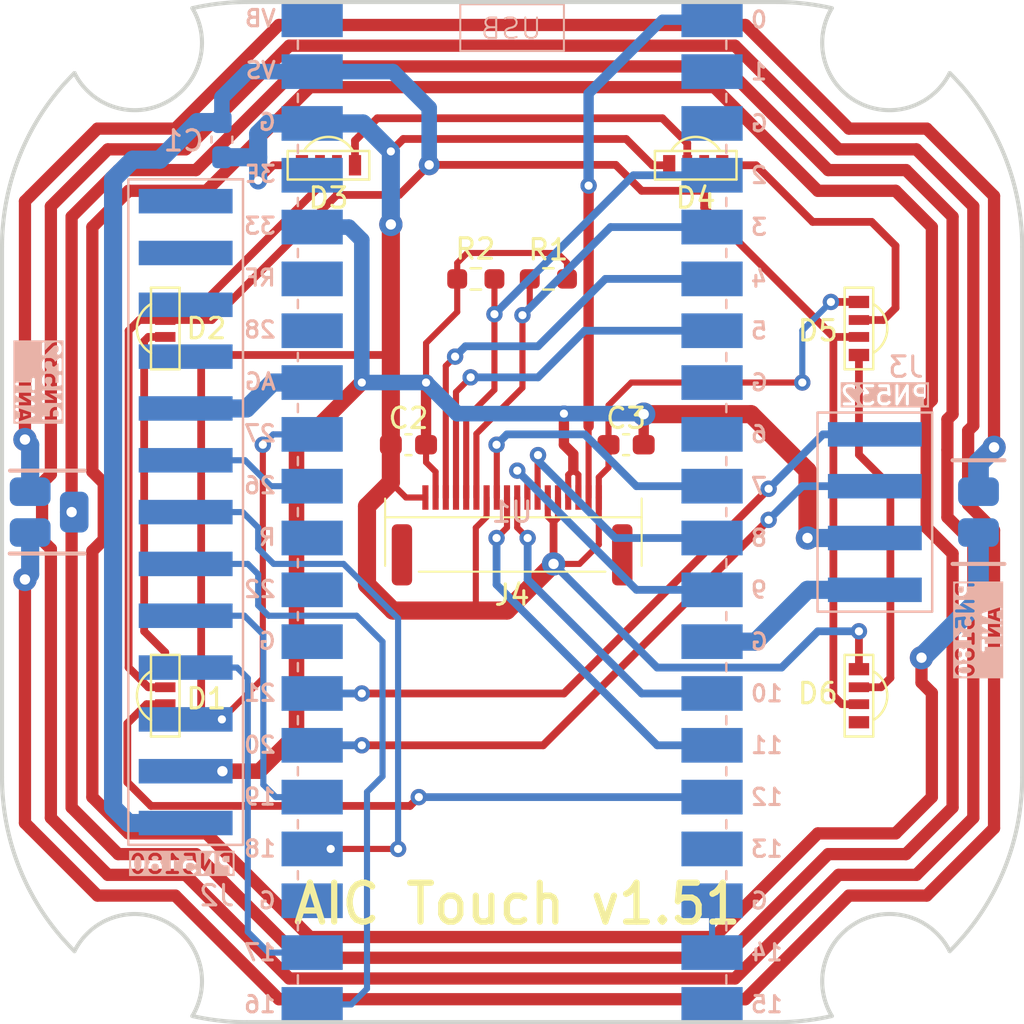
<source format=kicad_pcb>
(kicad_pcb (version 20240108) (generator "pcbnew") (generator_version "8.0")
  (title_block (title "AIC Pico with PN5180"))
  (layers (0 "F.Cu" signal) (31 "B.Cu" signal) (34 "B.Paste" user) (35 "F.Paste" user) (36 "B.SilkS" user "B.Silkscreen") (37 "F.SilkS" user "F.Silkscreen") (38 "B.Mask" user) (39 "F.Mask" user) (44 "Edge.Cuts" user))
  (net 0 "")
  (net 1 "+5V")
  (net 2 "GND")
  (net 3 "+3V3")
  (net 4 "Net-(D1-Out)")
  (net 5 "Net-(D2-Out)")
  (net 6 "/RGB")
  (net 7 "Net-(D5-Out)")
  (net 9 "/LEDK")
  (net 10 "/D{slash}C")
  (net 11 "/CS")
  (net 12 "/SCK")
  (net 13 "/SDA")
  (net 14 "/RST")
  (net 15 "/TP_SCL")
  (net 16 "/TP_SDA")
  (net 17 "/TP_RST")
  (net 19 "/TP_INT")
  (net 21 "Net-(J3-SDA)")
  (net 22 "Net-(J3-SCL)")
  (net 27 "/ANT_1")
  (net 28 "Net-(J2-RST)")
  (net 29 "Net-(J2-NSS)")
  (net 30 "Net-(J2-MOSI)")
  (net 31 "Net-(J2-MISO)")
  (net 32 "Net-(J2-SCK)")
  (net 33 "Net-(J2-BUSY)")
  (net 38 "unconnected-(U1-GPIO6-Pad9)")
  (net 42 "Net-(D3-Out)")
  (net 43 "Net-(D4-Out)")
  (net 44 "Net-(U1-GPIO14)")
  (net 49 "/5180_GND")
  (net 50 "/532_GND")
  (net 51 "/ANT_2")
  (footprint "aic_pico:WS2812B-1204" (layer "F.Cu") (at 144.32 96.4 180)
    (property "Reference" "D4")
    (property "Value" "WS2812B_Unified" (hide yes))
  )
  (footprint "aic_pico:WS2812B-1204" (layer "F.Cu") (at 152.32 104.4 90)
    (property "Reference" "D5")
    (property "Value" "WS2812B_Unified" (hide yes))
  )
  (footprint "Resistor_SMD:R_0603_1608Metric_Pad0.98x0.95mm_HandSolder" (layer "F.Cu") (at 137.098 101.97)
    (property "Reference" "R1")
    (property "Value" "2K")
  )
  (footprint "aic_pico:WS2812B-1204" (layer "F.Cu") (at 126.32 96.4 180)
    (property "Reference" "D3")
    (property "Value" "WS2812B_Unified" (hide yes))
  )
  (footprint "aic_pico:WS2812B-1204" (layer "F.Cu") (at 118.32 122.4 -90)
    (property "Reference" "D1")
    (property "Value" "WS2812B_Unified" (hide yes))
  )
  (footprint "Capacitor_SMD:C_0603_1608Metric_Pad1.08x0.95mm_HandSolder" (layer "F.Cu") (at 140.908 110.098 180)
    (property "Reference" "C3")
    (property "Value" "0.1uF")
  )
  (footprint "Resistor_SMD:R_0603_1608Metric_Pad0.98x0.95mm_HandSolder" (layer "F.Cu") (at 133.542 101.97 180)
    (property "Reference" "R2")
    (property "Value" "2K")
  )
  (footprint "aic_pico:FPC-0.5-1.0H-18P" (layer "F.Cu") (at 135.32 114.035)
    (property "Reference" "J4")
    (property "Value" "Display" (hide yes))
  )
  (footprint "Capacitor_SMD:C_0603_1608Metric_Pad1.08x0.95mm_HandSolder" (layer "F.Cu") (at 130.24 110.098 180)
    (property "Reference" "C2")
    (property "Value" "0.1uF")
  )
  (footprint "aic_pico:WS2812B-1204" (layer "F.Cu") (at 152.32 122.4 90)
    (property "Reference" "D6")
    (property "Value" "WS2812B_Unified" (hide yes))
  )
  (footprint "aic_pico:WS2812B-1204" (layer "F.Cu") (at 118.32 104.4 -90)
    (property "Reference" "D2")
    (property "Value" "WS2812B_Unified" (hide yes))
  )
  (footprint "aic_pico:ANT_2P" (layer "B.Cu") (at 158.18 113.4)
    (property "Reference" "J1" (hide yes))
    (property "Value" "Antenna" (hide yes))
  )
  (footprint "aic_pico:RPi_Pico_SMD_No_USB" (layer "B.Cu") (at 135.32 113.4 180)
    (property "Reference" "U1")
    (property "Value" "Pico")
  )
  (footprint "aic_pico:ANT_3P" (layer "B.Cu") (at 111.698 113.4)
    (property "Reference" "J5" (hide yes))
    (property "Value" "Antenna" (hide yes))
  )
  (footprint "aic_pico:pn5180_conn" (layer "B.Cu") (at 119.32 113.4)
    (property "Reference" "J2")
    (property "Value" "PN5180" (hide yes))
  )
  (footprint "aic_pico:pn532_conn" (layer "B.Cu") (at 153.1 113.4)
    (property "Reference" "J3")
    (property "Value" "PN532" (hide yes))
  )
  (footprint "Capacitor_SMD:C_0603_1608Metric_Pad1.08x0.95mm_HandSolder" (layer "B.Cu") (at 121.096 95.144819 -90)
    (property "Reference" "C1")
    (property "Value" "0.1uF")
  )
  (gr_line (start 148.32 138.399999) (end 122.32 138.399999) (stroke (width 0.2)) (layer "Edge.Cuts"))
  (gr_line (start 160.32 126.399999) (end 160.32 100.399999) (stroke (width 0.2)) (layer "Edge.Cuts"))
  (gr_arc (start 119.649044 88.701025) (mid 118.410332 93.29151) (end 113.870189 91.879395) (stroke (width 0.2)) (layer "Edge.Cuts"))
  (gr_arc (start 150.990956 138.098973) (mid 152.229668 133.508486) (end 156.769811 134.920603) (stroke (width 0.2)) (layer "Edge.Cuts"))
  (gr_arc (start 110.32 100.399999) (mid 111.243048 95.784684) (end 113.870189 91.879395) (stroke (width 0.2)) (layer "Edge.Cuts"))
  (gr_arc (start 113.870189 134.920603) (mid 111.243048 131.015314) (end 110.32 126.399999) (stroke (width 0.2)) (layer "Edge.Cuts"))
  (gr_arc (start 122.32 138.399999) (mid 120.976067 138.324505) (end 119.649044 138.098973) (stroke (width 0.2)) (layer "Edge.Cuts"))
  (gr_arc (start 156.769811 91.879395) (mid 159.396952 95.784684) (end 160.32 100.399999) (stroke (width 0.2)) (layer "Edge.Cuts"))
  (gr_arc (start 160.32 126.399999) (mid 159.396952 131.015314) (end 156.769811 134.920603) (stroke (width 0.2)) (layer "Edge.Cuts"))
  (gr_arc (start 156.769811 91.879395) (mid 152.229668 93.291511) (end 150.990956 88.701025) (stroke (width 0.2)) (layer "Edge.Cuts"))
  (gr_arc (start 150.990956 138.098973) (mid 149.663933 138.324505) (end 148.32 138.399999) (stroke (width 0.2)) (layer "Edge.Cuts"))
  (gr_arc (start 113.870189 134.920603) (mid 118.410332 133.508487) (end 119.649044 138.098973) (stroke (width 0.2)) (layer "Edge.Cuts"))
  (gr_line (start 148.32 88.399999) (end 122.32 88.399999) (stroke (width 0.2)) (layer "Edge.Cuts"))
  (gr_line (start 110.32 126.399999) (end 110.32 100.399999) (stroke (width 0.2)) (layer "Edge.Cuts"))
  (gr_arc (start 148.32 88.399999) (mid 149.663933 88.475493) (end 150.990956 88.701025) (stroke (width 0.2)) (layer "Edge.Cuts"))
  (gr_arc (start 119.649044 88.701025) (mid 120.976067 88.475493) (end 122.32 88.399999) (stroke (width 0.2)) (layer "Edge.Cuts"))
  (gr_text "PN5180\nANT" (at 159.332215 119.155317 90) (layer "B.SilkS" knockout) (effects (font (size 0.8128 0.8128) (thickness 0.1524) (bold yes)) (justify bottom mirror)))
  (gr_text "PN532\nANT" (at 110.936 109.082 270) (layer "B.SilkS" knockout) (effects (font (size 0.8128 0.8128) (thickness 0.1524) (bold yes)) (justify left bottom mirror)))
  (gr_text "PN532" (at 155.891601 108.214794 0) (layer "B.SilkS" knockout) (effects (font (size 0.889 0.889) (thickness 0.1524) (bold yes)) (justify left bottom mirror)))
  (gr_text "PN5180" (at 121.858 131.18 0) (layer "B.SilkS" knockout) (effects (font (size 0.889 0.889) (thickness 0.1524) (bold yes)) (justify left bottom mirror)))
  (gr_text "AIC Touch v1.51" (at 135.574 133.72 0) (layer "F.SilkS") (effects (font (size 1.905 1.778) (thickness 0.3048) (bold yes)) (justify bottom)))
  (segment (start 151.489052 122.815) (end 152.32 122.815) (width 0.381) (layer "F.Cu") (net 1))
  (segment (start 131.256 96.382) (end 140.4 96.382) (width 0.381) (layer "F.Cu") (net 1))
  (segment (start 141.67 97.652) (end 144.735 97.652) (width 0.381) (layer "F.Cu") (net 1))
  (segment (start 151.068 104.815) (end 152.32 104.815) (width 0.381) (layer "F.Cu") (net 1))
  (segment (start 151.068 122.393948) (end 151.489052 122.815) (width 0.381) (layer "F.Cu") (net 1))
  (segment (start 144.735 96.4) (end 144.735 98.482) (width 0.381) (layer "F.Cu") (net 1))
  (segment (start 129.783 97.855) (end 126.735 97.855) (width 0.381) (layer "F.Cu") (net 1))
  (segment (start 131.256 96.382) (end 129.783 97.855) (width 0.381) (layer "F.Cu") (net 1))
  (segment (start 118.32 103.985) (end 117.049 103.985) (width 0.381) (layer "F.Cu") (net 1))
  (segment (start 126.735 96.4) (end 126.735 97.855) (width 0.381) (layer "F.Cu") (net 1))
  (segment (start 126.735 97.855) (end 120.605 103.985) (width 0.381) (layer "F.Cu") (net 1))
  (segment (start 120.605 103.985) (end 118.32 103.985) (width 0.381) (layer "F.Cu") (net 1))
  (segment (start 140.4 96.382) (end 141.67 97.652) (width 0.381) (layer "F.Cu") (net 1))
  (segment (start 144.735 98.482) (end 151.068 104.815) (width 0.381) (layer "F.Cu") (net 1))
  (segment (start 117.489 121.985) (end 118.32 121.985) (width 0.381) (layer "F.Cu") (net 1))
  (segment (start 116.524 104.51) (end 116.524 121.02) (width 0.381) (layer "F.Cu") (net 1))
  (segment (start 151.068 104.815) (end 151.068 122.393948) (width 0.381) (layer "F.Cu") (net 1))
  (segment (start 117.049 103.985) (end 116.524 104.51) (width 0.381) (layer "F.Cu") (net 1))
  (segment (start 116.524 121.02) (end 117.489 121.985) (width 0.381) (layer "F.Cu") (net 1))
  (via (at 131.256 96.382) (size 1.016) (drill 0.4572) (layers "F.Cu" "B.Cu") (net 1))
  (segment (start 115.762 127.878) (end 116.524 128.64) (width 0.889) (layer "B.Cu") (net 1))
  (segment (start 131.256 96.382) (end 131.256 93.588) (width 0.762) (layer "B.Cu") (net 1))
  (segment (start 116.524 128.64) (end 119.32 128.64) (width 0.889) (layer "B.Cu") (net 1))
  (segment (start 131.256 93.588) (end 129.478 91.81) (width 0.762) (layer "B.Cu") (net 1))
  (segment (start 122.366 91.81) (end 125.52 91.81) (width 0.762) (layer "B.Cu") (net 1))
  (segment (start 119.893681 94.282319) (end 118.048 96.128) (width 0.889) (layer "B.Cu") (net 1))
  (segment (start 116.7272 96.128) (end 115.762 97.0932) (width 0.889) (layer "B.Cu") (net 1))
  (segment (start 121.096 93.08) (end 122.366 91.81) (width 0.762) (layer "B.Cu") (net 1))
  (segment (start 118.048 96.128) (end 116.7272 96.128) (width 0.889) (layer "B.Cu") (net 1))
  (segment (start 121.096 94.282319) (end 121.096 93.08) (width 0.762) (layer "B.Cu") (net 1))
  (segment (start 129.478 91.81) (end 125.52 91.81) (width 0.762) (layer "B.Cu") (net 1))
  (segment (start 121.096 94.282319) (end 119.893681 94.282319) (width 0.889) (layer "B.Cu") (net 1))
  (segment (start 115.762 97.0932) (end 115.762 127.878) (width 0.889) (layer "B.Cu") (net 1))
  (segment (start 118.32 123.7) (end 119.432 123.7) (width 0.381) (layer "F.Cu") (net 2))
  (segment (start 130.12 112.685) (end 129.3775 111.9425) (width 0.3) (layer "F.Cu") (net 2))
  (segment (start 137.07 112.685) (end 137.07 113.626) (width 0.3) (layer "F.Cu") (net 2))
  (segment (start 133.542 114.162) (end 133.542 118.226) (width 0.3) (layer "F.Cu") (net 2))
  (segment (start 141.162 107.05) (end 140.0455 108.1665) (width 0.3) (layer "F.Cu") (net 2))
  (segment (start 137.57 113.69) (end 137.352 113.908) (width 0.3) (layer "F.Cu") (net 2))
  (segment (start 139.57 111.69) (end 139.57 112.685) (width 0.3) (layer "F.Cu") (net 2))
  (segment (start 137.07 113.626) (end 137.352 113.908) (width 0.3) (layer "F.Cu") (net 2))
  (segment (start 135.066 118.226) (end 137.352 115.94) (width 0.889) (layer "F.Cu") (net 2))
  (segment (start 134.07 112.685) (end 134.07 113.634) (width 0.3) (layer "F.Cu") (net 2))
  (segment (start 119.432 123.7) (end 120.08 123.052) (width 0.381) (layer "F.Cu") (net 2))
  (segment (start 140.0455 111.2145) (end 139.57 111.69) (width 0.3) (layer "F.Cu") (net 2))
  (segment (start 142.196 96.4) (end 143.02 96.4) (width 0.381) (layer "F.Cu") (net 2))
  (segment (start 129.3775 99.3005) (end 129.3775 110.098) (width 0.889) (layer "F.Cu") (net 2))
  (segment (start 137.352 115.94) (end 138.622 115.94) (width 0.3) (layer "F.Cu") (net 2))
  (segment (start 123.618 96.4) (end 125.02 96.4) (width 0.381) (layer "F.Cu") (net 2))
  (segment (start 137.352 115.94) (end 137.352 113.908) (width 0.381) (layer "F.Cu") (net 2))
  (segment (start 131.07 112.685) (end 130.12 112.685) (width 0.3) (layer "F.Cu") (net 2))
  (segment (start 134.07 113.634) (end 133.542 114.162) (width 0.3) (layer "F.Cu") (net 2))
  (segment (start 129.3775 111.9425) (end 128.208 113.112) (width 0.889) (layer "F.Cu") (net 2))
  (segment (start 129.3775 110.098) (end 129.3775 111.9425) (width 0.889) (layer "F.Cu") (net 2))
  (segment (start 128.208 116.956) (end 129.478 118.226) (width 0.889) (layer "F.Cu") (net 2))
  (segment (start 140.908 95.112) (end 142.196 96.4) (width 0.381) (layer "F.Cu") (net 2))
  (segment (start 129.986 95.112) (end 140.908 95.112) (width 0.381) (layer "F.Cu") (net 2))
  (segment (start 118.32 105.7) (end 129.3775 105.7) (width 0.381) (layer "F.Cu") (net 2))
  (segment (start 139.57 114.992) (end 139.57 112.685) (width 0.3) (layer "F.Cu") (net 2))
  (segment (start 129.478 118.226) (end 135.066 118.226) (width 0.889) (layer "F.Cu") (net 2))
  (segment (start 122.874 97.144) (end 123.618 96.4) (width 0.381) (layer "F.Cu") (net 2))
  (segment (start 129.3775 95.7205) (end 129.986 95.112) (width 0.381) (layer "F.Cu") (net 2))
  (segment (start 150.945803 103.1) (end 152.32 103.1) (width 0.381) (layer "F.Cu") (net 2))
  (segment (start 137.57 112.685) (end 137.57 113.69) (width 0.3) (layer "F.Cu") (net 2))
  (segment (start 120.08 123.052) (end 120.08 105.7) (width 0.381) (layer "F.Cu") (net 2))
  (segment (start 152.32 119.242) (end 152.32 121.1) (width 0.381) (layer "F.Cu") (net 2))
  (segment (start 128.208 113.112) (end 128.208 116.956) (width 0.889) (layer "F.Cu") (net 2))
  (segment (start 140.0455 108.1665) (end 140.0455 111.2145) (width 0.3) (layer "F.Cu") (net 2))
  (segment (start 138.622 115.94) (end 139.57 114.992) (width 0.3) (layer "F.Cu") (net 2))
  (segment (start 149.544 107.05) (end 141.162 107.05) (width 0.3) (layer "F.Cu") (net 2))
  (via (at 137.352 115.94) (size 1.143) (drill 0.508) (layers "F.Cu" "B.Cu") (net 2))
  (via (at 122.874 97.144) (size 0.8) (drill 0.4) (layers "F.Cu" "B.Cu") (net 2))
  (via (at 152.32 119.242) (size 0.8) (drill 0.4) (layers "F.Cu" "B.Cu") (net 2))
  (via (at 129.3775 95.7205) (size 0.8) (drill 0.4) (layers "F.Cu" "B.Cu") (net 2))
  (via (at 150.945803 103.1) (size 0.8) (drill 0.4) (layers "F.Cu" "B.Cu") (net 2))
  (via (at 149.544 107.05) (size 0.8) (drill 0.4) (layers "F.Cu" "B.Cu") (net 2))
  (via (at 129.3775 99.3005) (size 1.143) (drill 0.508) (layers "F.Cu" "B.Cu") (net 2))
  (segment (start 137.352 115.94) (end 142.432 121.02) (width 0.381) (layer "B.Cu") (net 2))
  (segment (start 122.874 96.007319) (end 121.096 96.007319) (width 0.889) (layer "B.Cu") (net 2))
  (segment (start 123.382 94.35) (end 125.52 94.35) (width 0.889) (layer "B.Cu") (net 2))
  (segment (start 128.007 94.35) (end 125.52 94.35) (width 0.889) (layer "B.Cu") (net 2))
  (segment (start 142.432 121.02) (end 148.528 121.02) (width 0.381) (layer "B.Cu") (net 2))
  (segment (start 129.3775 95.7205) (end 128.007 94.35) (width 0.889) (layer "B.Cu") (net 2))
  (segment (start 149.544 107.05) (end 149.544 104.501803) (width 0.3) (layer "B.Cu") (net 2))
  (segment (start 148.528 121.02) (end 150.306 119.242) (width 0.381) (layer "B.Cu") (net 2))
  (segment (start 122.874 97.144) (end 122.874 94.858) (width 0.889) (layer "B.Cu") (net 2))
  (segment (start 149.544 104.501803) (end 150.945803 103.1) (width 0.3) (layer "B.Cu") (net 2))
  (segment (start 122.874 94.858) (end 123.382 94.35) (width 0.889) (layer "B.Cu") (net 2))
  (segment (start 150.306 119.242) (end 152.32 119.242) (width 0.381) (layer "B.Cu") (net 2))
  (segment (start 129.3775 95.7205) (end 129.3775 99.3005) (width 0.889) (layer "B.Cu") (net 2))
  (segment (start 137.86 110.098) (end 137.86 108.574) (width 0.508) (layer "F.Cu") (net 3))
  (segment (start 131.1025 107.05) (end 131.1025 110.098) (width 0.508) (layer "F.Cu") (net 3))
  (segment (start 132.6295 101.97) (end 132.6295 101.1905) (width 0.3) (layer "F.Cu") (net 3))
  (segment (start 121.1214 126.1) (end 122.9248 126.1) (width 0.762) (layer "F.Cu") (net 3))
  (segment (start 137.536 100.7) (end 138.0105 101.1745) (width 0.3) (layer "F.Cu") (net 3))
  (segment (start 141.7705 108.6) (end 147.03 108.6) (width 0.889) (layer "F.Cu") (net 3))
  (segment (start 138.321409 111.321409) (end 138.07 111.572818) (width 0.3) (layer "F.Cu") (net 3))
  (segment (start 138.57 111.57) (end 138.57 112.685) (width 0.3) (layer "F.Cu") (net 3))
  (segment (start 131.1025 110.098) (end 131.1025 110.957619) (width 0.3) (layer "F.Cu") (net 3))
  (segment (start 132.6295 103.5905) (end 132.6295 101.97) (width 0.3) (layer "F.Cu") (net 3))
  (segment (start 138.321409 110.559409) (end 137.86 110.098) (width 0.508) (layer "F.Cu") (net 3))
  (segment (start 138.321409 111.321409) (end 138.57 111.57) (width 0.3) (layer "F.Cu") (net 3))
  (segment (start 122.9248 126.1) (end 124.7536 124.2712) (width 0.762) (layer "F.Cu") (net 3))
  (segment (start 124.7536 110.2504) (end 127.954 107.05) (width 0.762) (layer "F.Cu") (net 3))
  (segment (start 147.03 108.6) (end 149.798 111.368) (width 0.889) (layer "F.Cu") (net 3))
  (segment (start 131.57 111.425119) (end 131.57 112.685) (width 0.3) (layer "F.Cu") (net 3))
  (segment (start 138.07 111.572818) (end 138.07 112.685) (width 0.3) (layer "F.Cu") (net 3))
  (segment (start 124.7536 124.2712) (end 124.7536 110.2504) (width 0.762) (layer "F.Cu") (net 3))
  (segment (start 133.12 100.7) (end 137.536 100.7) (width 0.3) (layer "F.Cu") (net 3))
  (segment (start 132.6295 101.1905) (end 133.12 100.7) (width 0.3) (layer "F.Cu") (net 3))
  (segment (start 131.1025 110.957619) (end 131.57 111.425119) (width 0.3) (layer "F.Cu") (net 3))
  (segment (start 138.0105 101.1745) (end 138.0105 101.97) (width 0.3) (layer "F.Cu") (net 3))
  (segment (start 131.1025 105.1175) (end 132.6295 103.5905) (width 0.3) (layer "F.Cu") (net 3))
  (segment (start 149.798 111.368) (end 149.798 114.67) (width 0.889) (layer "F.Cu") (net 3))
  (segment (start 138.321409 111.321409) (end 138.321409 110.559409) (width 0.508) (layer "F.Cu") (net 3))
  (segment (start 141.7705 108.6) (end 141.7705 110.098) (width 0.508) (layer "F.Cu") (net 3))
  (segment (start 131.1025 107.05) (end 131.1025 105.1175) (width 0.3) (layer "F.Cu") (net 3))
  (via (at 137.86 108.574) (size 0.8) (drill 0.4) (layers "F.Cu" "B.Cu") (net 3))
  (via (at 141.7705 108.6) (size 1.143) (drill 0.508) (layers "F.Cu" "B.Cu") (net 3))
  (via (at 149.798 114.67) (size 1.143) (drill 0.508) (layers "F.Cu" "B.Cu") (net 3))
  (via (at 127.954 107.05) (size 0.8) (drill 0.4) (layers "F.Cu" "B.Cu") (net 3))
  (via (at 131.1025 107.05) (size 0.8) (drill 0.4) (layers "F.Cu" "B.Cu") (net 3))
  (via (at 121.1214 126.1) (size 1.016) (drill 0.508) (layers "F.Cu" "B.Cu") (net 3))
  (segment (start 132.6265 108.574) (end 141.7445 108.574) (width 0.762) (layer "B.Cu") (net 3))
  (segment (start 127.954 100.065) (end 127.319 99.43) (width 0.762) (layer "B.Cu") (net 3))
  (segment (start 127.319 99.43) (end 125.52 99.43) (width 0.762) (layer "B.Cu") (net 3))
  (segment (start 131.1025 107.05) (end 132.6265 108.574) (width 0.762) (layer "B.Cu") (net 3))
  (segment (start 141.7445 108.574) (end 141.7705 108.6) (width 0.762) (layer "B.Cu") (net 3))
  (segment (start 127.954 107.05) (end 127.954 100.065) (width 0.762) (layer "B.Cu") (net 3))
  (segment (start 149.798 114.67) (end 153.1 114.67) (width 0.889) (layer "B.Cu") (net 3))
  (segment (start 131.1025 107.05) (end 127.954 107.05) (width 0.762) (layer "B.Cu") (net 3))
  (segment (start 117.286 105.018) (end 117.489 104.815) (width 0.381) (layer "F.Cu") (net 4))
  (segment (start 117.489 104.815) (end 118.32 104.815) (width 0.381) (layer "F.Cu") (net 4))
  (segment (start 118.32 121.1) (end 118.32 120.276) (width 0.381) (layer "F.Cu") (net 4))
  (segment (start 118.32 120.276) (end 117.286 119.242) (width 0.381) (layer "F.Cu") (net 4))
  (segment (start 117.286 119.242) (end 117.286 105.018) (width 0.381) (layer "F.Cu") (net 4))
  (segment (start 125.905 97.415) (end 125.905 96.4) (width 0.381) (layer "F.Cu") (net 5))
  (segment (start 120.22 103.1) (end 125.905 97.415) (width 0.381) (layer "F.Cu") (net 5))
  (segment (start 118.32 103.1) (end 120.22 103.1) (width 0.381) (layer "F.Cu") (net 5))
  (segment (start 116.461 123.759) (end 117.405 122.815) (width 0.381) (layer "F.Cu") (net 6))
  (segment (start 130.748 127.37) (end 130.3162 127.8018) (width 0.381) (layer "F.Cu") (net 6))
  (segment (start 130.3162 127.8018) (end 117.6218 127.8018) (width 0.381) (layer "F.Cu") (net 6))
  (segment (start 116.461 126.641) (end 116.461 123.759) (width 0.381) (layer "F.Cu") (net 6))
  (segment (start 117.6218 127.8018) (end 116.461 126.641) (width 0.381) (layer "F.Cu") (net 6))
  (segment (start 117.405 122.815) (end 118.32 122.815) (width 0.381) (layer "F.Cu") (net 6))
  (via (at 130.748 127.37) (size 0.8) (drill 0.4) (layers "F.Cu" "B.Cu") (net 6))
  (segment (start 130.748 127.37) (end 145.12 127.37) (width 0.381) (layer "B.Cu") (net 6))
  (segment (start 152.32 110.588) (end 153.862 112.13) (width 0.381) (layer "F.Cu") (net 7))
  (segment (start 152.32 105.7) (end 152.32 110.588) (width 0.381) (layer "F.Cu") (net 7))
  (segment (start 153.862 121.528) (end 153.405 121.985) (width 0.381) (layer "F.Cu") (net 7))
  (segment (start 153.405 121.985) (end 152.32 121.985) (width 0.381) (layer "F.Cu") (net 7))
  (segment (start 153.862 112.13) (end 153.862 121.528) (width 0.381) (layer "F.Cu") (net 7))
  (segment (start 139.07 97.398) (end 139.07 109.2) (width 0.508) (layer "F.Cu") (net 9))
  (segment (start 139.07 109.2) (end 139.07 112.685) (width 0.3) (layer "F.Cu") (net 9))
  (via (at 139.07 97.398) (size 0.8) (drill 0.4) (layers "F.Cu" "B.Cu") (net 9))
  (segment (start 139.07 92.886) (end 142.686 89.27) (width 0.508) (layer "B.Cu") (net 9))
  (segment (start 142.686 89.27) (end 145.12 89.27) (width 0.508) (layer "B.Cu") (net 9))
  (segment (start 139.07 97.398) (end 139.07 92.886) (width 0.508) (layer "B.Cu") (net 9))
  (segment (start 136.57 110.626) (end 136.57 112.685) (width 0.3) (layer "F.Cu") (net 10))
  (segment (start 136.59 110.606) (end 136.57 110.626) (width 0.3) (layer "F.Cu") (net 10))
  (via (at 136.59 110.606) (size 0.8) (drill 0.4) (layers "F.Cu" "B.Cu") (net 10))
  (segment (start 140.38 114.67) (end 145.12 114.67) (width 0.381) (layer "B.Cu") (net 10))
  (segment (start 136.59 110.606) (end 136.59 110.88) (width 0.381) (layer "B.Cu") (net 10))
  (segment (start 136.59 110.88) (end 140.38 114.67) (width 0.381) (layer "B.Cu") (net 10))
  (segment (start 136.07 112.685) (end 136.07 111.864) (width 0.3) (layer "F.Cu") (net 11))
  (segment (start 136.07 111.864) (end 135.574 111.368) (width 0.3) (layer "F.Cu") (net 11))
  (via (at 135.574 111.368) (size 0.8) (drill 0.4) (layers "F.Cu" "B.Cu") (net 11))
  (segment (start 141.416 117.21) (end 145.12 117.21) (width 0.381) (layer "B.Cu") (net 11))
  (segment (start 135.574 111.368) (end 141.416 117.21) (width 0.381) (layer "B.Cu") (net 11))
  (segment (start 136.082 114.67) (end 135.57 114.158) (width 0.3) (layer "F.Cu") (net 12))
  (segment (start 135.57 114.158) (end 135.57 112.685) (width 0.3) (layer "F.Cu") (net 12))
  (via (at 136.082 114.67) (size 0.8) (drill 0.4) (layers "F.Cu" "B.Cu") (net 12))
  (segment (start 141.67 122.29) (end 145.12 122.29) (width 0.381) (layer "B.Cu") (net 12))
  (segment (start 136.082 114.67) (end 136.082 116.702) (width 0.381) (layer "B.Cu") (net 12))
  (segment (start 136.082 116.702) (end 141.67 122.29) (width 0.381) (layer "B.Cu") (net 12))
  (segment (start 135.07 114.158) (end 135.07 112.685) (width 0.3) (layer "F.Cu") (net 13))
  (segment (start 134.558 114.67) (end 135.07 114.158) (width 0.3) (layer "F.Cu") (net 13))
  (via (at 134.558 114.67) (size 0.8) (drill 0.4) (layers "F.Cu" "B.Cu") (net 13))
  (segment (start 142.432 124.83) (end 145.12 124.83) (width 0.381) (layer "B.Cu") (net 13))
  (segment (start 134.558 116.956) (end 142.432 124.83) (width 0.381) (layer "B.Cu") (net 13))
  (segment (start 134.558 114.67) (end 134.558 116.956) (width 0.381) (layer "B.Cu") (net 13))
  (segment (start 134.57 110.11) (end 134.57 112.685) (width 0.3) (layer "F.Cu") (net 14))
  (segment (start 134.558 110.098) (end 134.57 110.11) (width 0.3) (layer "F.Cu") (net 14))
  (via (at 134.558 110.098) (size 0.8) (drill 0.4) (layers "F.Cu" "B.Cu") (net 14))
  (segment (start 135.066 109.59) (end 138.876 109.59) (width 0.381) (layer "B.Cu") (net 14))
  (segment (start 134.558 110.098) (end 135.066 109.59) (width 0.381) (layer "B.Cu") (net 14))
  (segment (start 138.876 109.59) (end 141.416 112.13) (width 0.381) (layer "B.Cu") (net 14))
  (segment (start 141.416 112.13) (end 145.12 112.13) (width 0.381) (layer "B.Cu") (net 14))
  (segment (start 135.828 107.304) (end 133.57 109.562) (width 0.3) (layer "F.Cu") (net 15))
  (segment (start 135.828 103.748) (end 135.828 107.304) (width 0.3) (layer "F.Cu") (net 15))
  (segment (start 135.828 103.748) (end 136.1855 103.3905) (width 0.3) (layer "F.Cu") (net 15))
  (segment (start 133.57 109.562) (end 133.57 112.685) (width 0.3) (layer "F.Cu") (net 15))
  (segment (start 136.1855 103.3905) (end 136.1855 101.97) (width 0.3) (layer "F.Cu") (net 15))
  (via (at 135.828 103.748) (size 0.8) (drill 0.4) (layers "F.Cu" "B.Cu") (net 15))
  (segment (start 135.828 103.748) (end 140.146 99.43) (width 0.381) (layer "B.Cu") (net 15))
  (segment (start 140.146 99.43) (end 145.12 99.43) (width 0.381) (layer "B.Cu") (net 15))
  (segment (start 133.07 108.792) (end 133.07 112.685) (width 0.3) (layer "F.Cu") (net 16))
  (segment (start 134.4545 103.7) (end 134.4545 101.97) (width 0.3) (layer "F.Cu") (net 16))
  (segment (start 134.4545 107.4075) (end 133.07 108.792) (width 0.3) (layer "F.Cu") (net 16))
  (segment (start 134.4545 103.7) (end 134.4545 107.4075) (width 0.3) (layer "F.Cu") (net 16))
  (via (at 134.4545 103.7) (size 0.8) (drill 0.4) (layers "F.Cu" "B.Cu") (net 16))
  (segment (start 141.2645 96.89) (end 145.12 96.89) (width 0.381) (layer "B.Cu") (net 16))
  (segment (start 134.4545 103.7) (end 141.2645 96.89) (width 0.381) (layer "B.Cu") (net 16))
  (segment (start 133.288 106.796) (end 132.57 107.514) (width 0.3) (layer "F.Cu") (net 17))
  (segment (start 132.57 107.514) (end 132.57 112.685) (width 0.3) (layer "F.Cu") (net 17))
  (via (at 133.288 106.796) (size 0.8) (drill 0.4) (layers "F.Cu" "B.Cu") (net 17))
  (segment (start 133.288 106.796) (end 136.59 106.796) (width 0.381) (layer "B.Cu") (net 17))
  (segment (start 136.59 106.796) (end 138.876 104.51) (width 0.381) (layer "B.Cu") (net 17))
  (segment (start 138.876 104.51) (end 145.12 104.51) (width 0.381) (layer "B.Cu") (net 17))
  (segment (start 132.07 106.236) (end 132.07 112.685) (width 0.3) (layer "F.Cu") (net 19))
  (segment (start 132.526 105.78) (end 132.07 106.236) (width 0.3) (layer "F.Cu") (net 19))
  (via (at 132.526 105.78) (size 0.8) (drill 0.4) (layers "F.Cu" "B.Cu") (net 19))
  (segment (start 133.034 105.272) (end 136.59 105.272) (width 0.381) (layer "B.Cu") (net 19))
  (segment (start 132.526 105.78) (end 133.034 105.272) (width 0.381) (layer "B.Cu") (net 19))
  (segment (start 139.892 101.97) (end 145.12 101.97) (width 0.381) (layer "B.Cu") (net 19))
  (segment (start 136.59 105.272) (end 139.892 101.97) (width 0.381) (layer "B.Cu") (net 19))
  (segment (start 136.844 124.83) (end 127.954 124.83) (width 0.381) (layer "F.Cu") (net 21))
  (segment (start 147.893 113.781) (end 136.844 124.83) (width 0.381) (layer "F.Cu") (net 21))
  (via (at 147.893 113.781) (size 0.8) (drill 0.4) (layers "F.Cu" "B.Cu") (net 21))
  (via (at 127.954 124.83) (size 0.8) (drill 0.4) (layers "F.Cu" "B.Cu") (net 21))
  (segment (start 149.544 112.13) (end 153.1 112.13) (width 0.381) (layer "B.Cu") (net 21))
  (segment (start 125.52 124.83) (end 127.954 124.83) (width 0.381) (layer "B.Cu") (net 21))
  (segment (start 147.893 113.781) (end 149.544 112.13) (width 0.381) (layer "B.Cu") (net 21))
  (segment (start 147.893 112.257) (end 137.86 122.29) (width 0.381) (layer "F.Cu") (net 22))
  (segment (start 137.86 122.29) (end 127.954 122.29) (width 0.381) (layer "F.Cu") (net 22))
  (via (at 127.954 122.29) (size 0.8) (drill 0.4) (layers "F.Cu" "B.Cu") (net 22))
  (via (at 147.893 112.257) (size 0.8) (drill 0.4) (layers "F.Cu" "B.Cu") (net 22))
  (segment (start 125.52 122.29) (end 127.954 122.29) (width 0.381) (layer "B.Cu") (net 22))
  (segment (start 150.56 109.59) (end 153.1 109.59) (width 0.381) (layer "B.Cu") (net 22))
  (segment (start 147.893 112.257) (end 150.56 109.59) (width 0.381) (layer "B.Cu") (net 22))
  (segment (start 112.714 98.414) (end 112.714 111.5458) (width 0.6) (layer "F.Cu") (net 27))
  (segment (start 111.444 128.64) (end 111.444 116.702) (width 0.6) (layer "F.Cu") (net 27))
  (segment (start 150.306 97.652) (end 154.116 97.652) (width 0.6) (layer "F.Cu") (net 27))
  (segment (start 155.64 109.844) (end 155.64 108.1676) (width 0.6) (layer "F.Cu") (net 27))
  (segment (start 154.116 129.148) (end 150.306 129.148) (width 0.6) (layer "F.Cu") (net 27))
  (segment (start 112.714 115.2034) (end 112.714 128.386) (width 0.6) (layer "F.Cu") (net 27))
  (segment (start 116.016 96.636) (end 119.826 96.636) (width 0.6) (layer "F.Cu") (net 27))
  (segment (start 145.226 134.228) (end 125.414 134.228) (width 0.6) (layer "F.Cu") (net 27))
  (segment (start 112.2822 111.9776) (end 112.2822 114.7716) (width 0.6) (layer "F.Cu") (net 27))
  (segment (start 156.656 110.352) (end 156.656 113.654) (width 0.6) (layer "F.Cu") (net 27))
  (segment (start 158.942 114.289) (end 158.942 128.894) (width 0.6) (layer "F.Cu") (net 27))
  (segment (start 114.746 99.43) (end 116.524 97.652) (width 0.6) (layer "F.Cu") (net 27))
  (segment (start 155.64 108.1676) (end 155.894 107.9136) (width 0.6) (layer "F.Cu") (net 27))
  (segment (start 114.746 111.4188) (end 115.3048 111.9776) (width 0.6) (layer "F.Cu") (net 27))
  (segment (start 151.83 132.196) (end 146.75 137.276) (width 0.6) (layer "F.Cu") (net 27))
  (segment (start 112.714 98.414) (end 115.508 95.62) (width 0.6) (layer "F.Cu") (net 27))
  (segment (start 119.318 131.18) (end 115.508 131.18) (width 0.6) (layer "F.Cu") (net 27))
  (segment (start 157.926 114.924) (end 157.926 128.386) (width 0.6) (layer "F.Cu") (net 27))
  (segment (start 114.746 115.305) (end 114.746 127.37) (width 0.6) (layer "F.Cu") (net 27))
  (segment (start 156.91 127.878) (end 154.624 130.164) (width 0.6) (layer "F.Cu") (net 27))
  (segment (start 119.318 95.62) (end 124.398 90.54) (width 0.6) (layer "F.Cu") (net 27))
  (segment (start 114.746 99.43) (end 114.746 111.4188) (width 0.6) (layer "F.Cu") (net 27))
  (segment (start 145.226 92.572) (end 150.306 97.652) (width 0.6) (layer "F.Cu") (net 27))
  (segment (start 146.242 136.26) (end 124.398 136.26) (width 0.6) (layer "F.Cu") (net 27))
  (segment (start 124.906 91.556) (end 145.734 91.556) (width 0.6) (layer "F.Cu") (net 27))
  (segment (start 156.91 98.922) (end 156.91 108.5994) (width 0.6) (layer "F.Cu") (net 27))
  (segment (start 154.624 130.164) (end 150.814 130.164) (width 0.6) (layer "F.Cu") (net 27))
  (segment (start 150.814 96.636) (end 154.624 96.636) (width 0.6) (layer "F.Cu") (net 27))
  (segment (start 155.64 114.162) (end 156.91 115.432) (width 0.6) (layer "F.Cu") (net 27))
  (segment (start 155.64 109.844) (end 155.64 114.162) (width 0.6) (layer "F.Cu") (net 27))
  (segment (start 111.698 128.894) (end 111.444 128.64) (width 0.6) (layer "F.Cu") (net 27))
  (segment (start 116.524 97.652) (end 120.334 97.652) (width 0.6) (layer "F.Cu") (net 27))
  (segment (start 125.414 92.572) (end 145.226 92.572) (width 0.6) (layer "F.Cu") (net 27))
  (segment (start 157.672 109.4122) (end 157.926 109.1582) (width 0.6) (layer "F.Cu") (net 27))
  (segment (start 155.132 95.62) (end 157.926 98.414) (width 0.6) (layer "F.Cu") (net 27))
  (segment (start 158.942 128.894) (end 155.64 132.196) (width 0.6) (layer "F.Cu") (net 27))
  (segment (start 156.656 113.654) (end 157.926 114.924) (width 0.6) (layer "F.Cu") (net 27))
  (segment (start 150.814 130.164) (end 145.734 135.244) (width 0.6) (layer "F.Cu") (net 27))
  (segment (start 156.91 115.432) (end 156.91 127.878) (width 0.6) (layer "F.Cu") (net 27))
  (segment (start 120.334 97.652) (end 125.414 92.572) (width 0.6) (layer "F.Cu") (net 27))
  (segment (start 155.64 132.196) (end 151.83 132.196) (width 0.6) (layer "F.Cu") (net 27))
  (segment (start 112.2822 114.7716) (end 112.714 115.2034) (width 0.6) (layer "F.Cu") (net 27))
  (segment (start 154.116 97.652) (end 155.894 99.43) (width 0.6) (layer "F.Cu") (net 27))
  (segment (start 115 132.196) (end 111.698 128.894) (width 0.6) (layer "F.Cu") (net 27))
  (segment (start 120.334 129.148) (end 116.524 129.148) (width 0.6) (layer "F.Cu") (net 27))
  (segment (start 119.826 96.636) (end 124.906 91.556) (width 0.6) (layer "F.Cu") (net 27))
  (segment (start 156.656 110.352) (end 156.656 108.8534) (width 0.6) (layer "F.Cu") (net 27))
  (segment (start 115.3048 114.7462) (end 114.746 115.305) (width 0.6) (layer "F.Cu") (net 27))
  (segment (start 115.3048 111.9776) (end 115.3048 114.7462) (width 0.6) (layer "F.Cu") (net 27))
  (segment (start 151.322 95.62) (end 155.132 95.62) (width 0.6) (layer "F.Cu") (net 27))
  (segment (start 116.524 129.148) (end 114.746 127.37) (width 0.6) (layer "F.Cu") (net 27))
  (segment (start 151.322 131.18) (end 146.242 136.26) (width 0.6) (layer "F.Cu") (net 27))
  (segment (start 124.398 90.54) (end 146.242 90.54) (width 0.6) (layer "F.Cu") (net 27))
  (segment (start 116.016 130.164) (end 113.73 127.878) (width 0.6) (layer "F.Cu") (net 27))
  (segment (start 113.73 98.922) (end 113.73 127.878) (width 0.6) (layer "F.Cu") (net 27))
  (segment (start 155.386 121.7566) (end 155.894 122.2646) (width 0.6) (layer "F.Cu") (net 27))
  (segment (start 146.242 90.54) (end 151.322 95.62) (width 0.6) (layer "F.Cu") (net 27))
  (segment (start 156.656 108.8534) (end 156.91 108.5994) (width 0.6) (layer "F.Cu") (net 27))
  (segment (start 154.624 96.636) (end 156.91 98.922) (width 0.6) (layer "F.Cu") (net 27))
  (segment (start 125.414 134.228) (end 120.334 129.148) (width 0.6) (layer "F.Cu") (net 27))
  (segment (start 157.672 110.86) (end 157.672 109.4122) (width 0.6) (layer "F.Cu") (net 27))
  (segment (start 119.826 130.164) (end 116.016 130.164) (width 0.6) (layer "F.Cu") (net 27))
  (segment (start 155.894 99.43) (end 155.894 107.9136) (width 0.6) (layer "F.Cu") (net 27))
  (segment (start 155.894 122.2646) (end 155.894 127.37) (width 0.6) (layer "F.Cu") (net 27))
  (segment (start 112.714 111.5458) (end 112.2822 111.9776) (width 0.6) (layer "F.Cu") (net 27))
  (segment (start 150.306 129.148) (end 145.226 134.228) (width 0.6) (layer "F.Cu") (net 27))
  (segment (start 118.81 132.196) (end 115 132.196) (width 0.6) (layer "F.Cu") (net 27))
  (segment (start 157.672 113.019) (end 158.942 114.289) (width 0.6) (layer "F.Cu") (net 27))
  (segment (start 145.734 91.556) (end 150.814 96.636) (width 0.6) (layer "F.Cu") (net 27))
  (segment (start 157.926 109.1582) (end 157.926 98.414) (width 0.6) (layer "F.Cu") (net 27))
  (segment (start 113.73 98.922) (end 116.016 96.636) (width 0.6) (layer "F.Cu") (net 27))
  (segment (start 115.508 131.18) (end 112.714 128.386) (width 0.6) (layer "F.Cu") (net 27))
  (segment (start 124.398 136.26) (end 119.318 131.18) (width 0.6) (layer "F.Cu") (net 27))
  (segment (start 157.672 110.86) (end 157.672 113.019) (width 0.6) (layer "F.Cu") (net 27))
  (segment (start 155.894 127.37) (end 154.116 129.148) (width 0.6) (layer "F.Cu") (net 27))
  (segment (start 157.926 128.386) (end 155.132 131.18) (width 0.6) (layer "F.Cu") (net 27))
  (segment (start 146.75 137.276) (end 123.89 137.276) (width 0.6) (layer "F.Cu") (net 27))
  (segment (start 145.734 135.244) (end 124.906 135.244) (width 0.6) (layer "F.Cu") (net 27))
  (segment (start 124.906 135.244) (end 119.826 130.164) (width 0.6) (layer "F.Cu") (net 27))
  (segment (start 115.508 95.62) (end 119.318 95.62) (width 0.6) (layer "F.Cu") (net 27))
  (segment (start 155.386 120.5374) (end 155.386 121.7566) (width 0.6) (layer "F.Cu") (net 27))
  (segment (start 123.89 137.276) (end 118.81 132.196) (width 0.6) (layer "F.Cu") (net 27))
  (segment (start 155.132 131.18) (end 151.322 131.18) (width 0.6) (layer "F.Cu") (net 27))
  (via (at 111.444 116.702) (size 1.143) (drill 0.508) (layers "F.Cu" "B.Cu") (net 27))
  (via (at 155.386 120.5374) (size 1.143) (drill 0.508) (layers "F.Cu" "B.Cu") (net 27))
  (via (at 113.73 113.4) (size 1.143) (drill 0.508) (layers "F.Cu" "B.Cu") (net 27))
  (segment (start 155.386 120.5374) (end 158.18 117.7434) (width 1.016) (layer "B.Cu") (net 27))
  (segment (start 158.18 117.7434) (end 158.18 114.67) (width 1.016) (layer "B.Cu") (net 27))
  (segment (start 111.444 116.702) (end 111.698 116.448) (width 0.889) (layer "B.Cu") (net 27))
  (segment (start 111.698 116.448) (end 111.698 114.4) (width 0.889) (layer "B.Cu") (net 27))
  (segment (start 121.096 123.56) (end 123.1026 121.5534) (width 0.3) (layer "F.Cu") (net 28))
  (segment (start 123.1026 121.5534) (end 123.1026 110.098) (width 0.3) (layer "F.Cu") (net 28))
  (via (at 123.1026 110.098) (size 0.8) (drill 0.4) (layers "F.Cu" "B.Cu") (net 28))
  (via (at 121.096 123.56) (size 0.8) (drill 0.4) (layers "F.Cu" "B.Cu") (net 28))
  (segment (start 123.6106 109.59) (end 125.52 109.59) (width 0.3) (layer "B.Cu") (net 28))
  (segment (start 123.1026 110.098) (end 123.6106 109.59) (width 0.3) (layer "B.Cu") (net 28))
  (segment (start 121.84 121.02) (end 122.366 121.546) (width 0.3) (layer "B.Cu") (net 29))
  (segment (start 123.382 134.99) (end 125.52 134.99) (width 0.3) (layer "B.Cu") (net 29))
  (segment (start 119.32 121.02) (end 121.84 121.02) (width 0.3) (layer "B.Cu") (net 29))
  (segment (start 122.366 133.974) (end 123.382 134.99) (width 0.3) (layer "B.Cu") (net 29))
  (segment (start 122.366 121.546) (end 122.366 133.974) (width 0.3) (layer "B.Cu") (net 29))
  (segment (start 123.128 119.408) (end 123.128 126.758) (width 0.3) (layer "B.Cu") (net 30))
  (segment (start 123.128 126.758) (end 123.74 127.37) (width 0.3) (layer "B.Cu") (net 30))
  (segment (start 119.32 118.48) (end 122.2 118.48) (width 0.3) (layer "B.Cu") (net 30))
  (segment (start 122.2 118.48) (end 123.128 119.408) (width 0.3) (layer "B.Cu") (net 30))
  (segment (start 123.74 127.37) (end 125.52 127.37) (width 0.3) (layer "B.Cu") (net 30))
  (segment (start 119.32 115.94) (end 122.366 115.94) (width 0.3) (layer "B.Cu") (net 31))
  (segment (start 122.874 116.448) (end 122.874 117.972) (width 0.3) (layer "B.Cu") (net 31))
  (segment (start 127.7 118.48) (end 128.97 119.75) (width 0.3) (layer "B.Cu") (net 31))
  (segment (start 122.366 115.94) (end 122.874 116.448) (width 0.3) (layer "B.Cu") (net 31))
  (segment (start 128.97 126.354) (end 128.208 127.116) (width 0.3) (layer "B.Cu") (net 31))
  (segment (start 127.44 137.53) (end 125.52 137.53) (width 0.3) (layer "B.Cu") (net 31))
  (segment (start 128.97 119.75) (end 128.97 126.354) (width 0.3) (layer "B.Cu") (net 31))
  (segment (start 128.208 136.762) (end 127.44 137.53) (width 0.3) (layer "B.Cu") (net 31))
  (segment (start 123.382 118.48) (end 127.7 118.48) (width 0.3) (layer "B.Cu") (net 31))
  (segment (start 128.208 127.116) (end 128.208 136.762) (width 0.3) (layer "B.Cu") (net 31))
  (segment (start 122.874 117.972) (end 123.382 118.48) (width 0.3) (layer "B.Cu") (net 31))
  (segment (start 129.732 129.91) (end 126.43 129.91) (width 0.3) (layer "F.Cu") (net 32))
  (via (at 129.732 129.91) (size 0.8) (drill 0.4) (layers "F.Cu" "B.Cu") (net 32))
  (via (at 126.43 129.91) (size 0.8) (drill 0.4) (layers "F.Cu" "B.Cu") (net 32))
  (segment (start 122.874 115.178) (end 123.636 115.94) (width 0.3) (layer "B.Cu") (net 32))
  (segment (start 127.05962 115.94) (end 129.732 118.61238) (width 0.3) (layer "B.Cu") (net 32))
  (segment (start 119.32 113.4) (end 122.112 113.4) (width 0.3) (layer "B.Cu") (net 32))
  (segment (start 122.112 113.4) (end 122.874 114.162) (width 0.3) (layer "B.Cu") (net 32))
  (segment (start 123.636 115.94) (end 127.05962 115.94) (width 0.3) (layer "B.Cu") (net 32))
  (segment (start 129.732 118.61238) (end 129.732 129.91) (width 0.3) (layer "B.Cu") (net 32))
  (segment (start 122.874 114.162) (end 122.874 115.178) (width 0.3) (layer "B.Cu") (net 32))
  (segment (start 123.5 112.13) (end 125.52 112.13) (width 0.3) (layer "B.Cu") (net 33))
  (segment (start 122.23 110.86) (end 123.5 112.13) (width 0.3) (layer "B.Cu") (net 33))
  (segment (start 119.32 110.86) (end 122.23 110.86) (width 0.3) (layer "B.Cu") (net 33))
  (segment (start 145.111 109.581) (end 145.12 109.59) (width 0.381) (layer "B.Cu") (net 38))
  (segment (start 127.62 95.192) (end 128.716 94.096) (width 0.381) (layer "F.Cu") (net 42))
  (segment (start 142.686 94.096) (end 143.905 95.315) (width 0.381) (layer "F.Cu") (net 42))
  (segment (start 128.716 94.096) (end 142.686 94.096) (width 0.381) (layer "F.Cu") (net 42))
  (segment (start 143.905 95.315) (end 143.905 96.4) (width 0.381) (layer "F.Cu") (net 42))
  (segment (start 127.62 96.4) (end 127.62 95.192) (width 0.381) (layer "F.Cu") (net 42))
  (segment (start 150.052 99.176) (end 152.943 99.176) (width 0.381) (layer "F.Cu") (net 43))
  (segment (start 152.943 99.176) (end 154.113 100.346) (width 0.381) (layer "F.Cu") (net 43))
  (segment (start 153.522 103.985) (end 152.32 103.985) (width 0.381) (layer "F.Cu") (net 43))
  (segment (start 145.62 96.4) (end 147.276 96.4) (width 0.381) (layer "F.Cu") (net 43))
  (segment (start 154.113 100.346) (end 154.113 103.394) (width 0.381) (layer "F.Cu") (net 43))
  (segment (start 154.113 103.394) (end 153.522 103.985) (width 0.381) (layer "F.Cu") (net 43))
  (segment (start 147.276 96.4) (end 150.052 99.176) (width 0.381) (layer "F.Cu") (net 43))
  (segment (start 145.12 134.99) (end 145.12 132.45) (width 0.3) (layer "B.Cu") (net 44))
  (segment (start 123.576 107.05) (end 125.52 107.05) (width 0.889) (layer "B.Cu") (net 49))
  (segment (start 122.306 108.32) (end 123.576 107.05) (width 0.889) (layer "B.Cu") (net 49))
  (segment (start 119.32 108.32) (end 122.306 108.32) (width 0.889) (layer "B.Cu") (net 49))
  (segment (start 149.798 117.21) (end 153.1 117.21) (width 0.889) (layer "B.Cu") (net 50))
  (segment (start 147.258 119.75) (end 149.798 117.21) (width 0.889) (layer "B.Cu") (net 50))
  (segment (start 145.12 119.75) (end 147.258 119.75) (width 0.889) (layer "B.Cu") (net 50))
  (segment (start 158.942 97.906) (end 158.942 110.225) (width 0.6) (layer "F.Cu") (net 51))
  (segment (start 111.444 98.16) (end 111.698 97.906) (width 0.6) (layer "F.Cu") (net 51))
  (segment (start 155.64 94.604) (end 158.942 97.906) (width 0.6) (layer "F.Cu") (net 51))
  (segment (start 118.81 94.604) (end 123.89 89.524) (width 0.6) (layer "F.Cu") (net 51))
  (segment (start 151.83 94.604) (end 155.64 94.604) (width 0.6) (layer "F.Cu") (net 51))
  (segment (start 123.89 89.524) (end 146.75 89.524) (width 0.6) (layer "F.Cu") (net 51))
  (segment (start 146.75 89.524) (end 151.83 94.604) (width 0.6) (layer "F.Cu") (net 51))
  (segment (start 111.444 98.16) (end 111.444 109.844) (width 0.6) (layer "F.Cu") (net 51))
  (segment (start 115 94.604) (end 118.81 94.604) (width 0.6) (layer "F.Cu") (net 51))
  (segment (start 111.698 97.906) (end 115 94.604) (width 0.6) (layer "F.Cu") (net 51))
  (via (at 158.942 110.225) (size 1.143) (drill 0.508) (layers "F.Cu" "B.Cu") (net 51))
  (via (at 111.444 109.844) (size 1.143) (drill 0.508) (layers "F.Cu" "B.Cu") (net 51))
  (segment (start 111.698 110.098) (end 111.698 112.4) (width 0.889) (layer "B.Cu") (net 51))
  (segment (start 111.444 109.844) (end 111.698 110.098) (width 0.889) (layer "B.Cu") (net 51))
  (segment (start 158.942 110.225) (end 158.18 110.987) (width 1.016) (layer "B.Cu") (net 51))
  (segment (start 158.18 110.987) (end 158.18 112.4) (width 1.016) (layer "B.Cu") (net 51))
)
</source>
